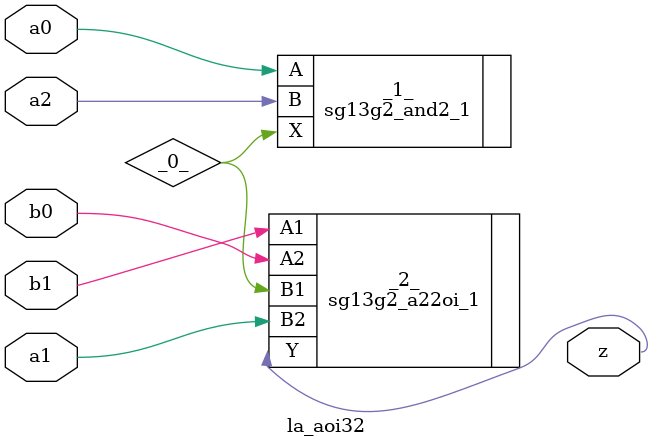
<source format=v>

/* Generated by Yosys 0.44 (git sha1 80ba43d26, g++ 11.4.0-1ubuntu1~22.04 -fPIC -O3) */

(* top =  1  *)
(* src = "generated" *)
(* keep_hierarchy *)
module la_aoi32 (
    a0,
    a1,
    a2,
    b0,
    b1,
    z
);
  wire _0_;
  (* src = "generated" *)
  input a0;
  wire a0;
  (* src = "generated" *)
  input a1;
  wire a1;
  (* src = "generated" *)
  input a2;
  wire a2;
  (* src = "generated" *)
  input b0;
  wire b0;
  (* src = "generated" *)
  input b1;
  wire b1;
  (* src = "generated" *)
  output z;
  wire z;
  sg13g2_and2_1 _1_ (
      .A(a0),
      .B(a2),
      .X(_0_)
  );
  sg13g2_a22oi_1 _2_ (
      .A1(b1),
      .A2(b0),
      .B1(_0_),
      .B2(a1),
      .Y (z)
  );
endmodule

</source>
